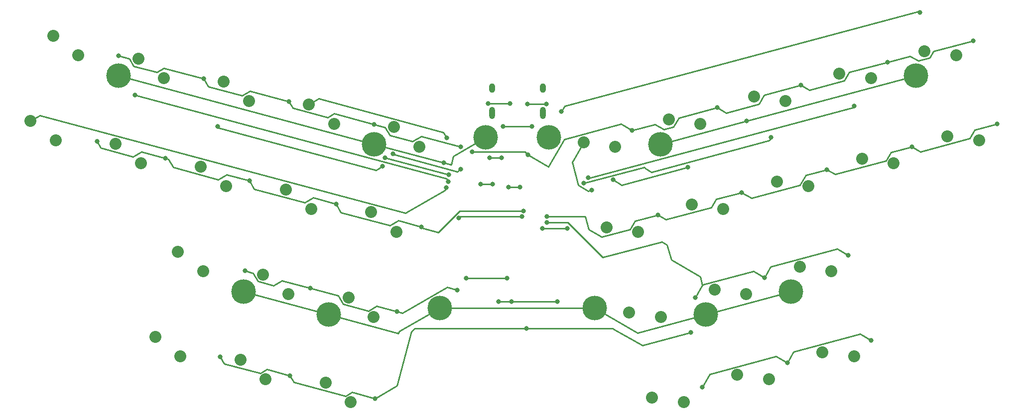
<source format=gbr>
%TF.GenerationSoftware,KiCad,Pcbnew,8.0.0*%
%TF.CreationDate,2024-03-16T16:30:29-05:00*%
%TF.ProjectId,rattlemebones32,72617474-6c65-46d6-9562-6f6e65733332,rev?*%
%TF.SameCoordinates,Original*%
%TF.FileFunction,Copper,L1,Top*%
%TF.FilePolarity,Positive*%
%FSLAX46Y46*%
G04 Gerber Fmt 4.6, Leading zero omitted, Abs format (unit mm)*
G04 Created by KiCad (PCBNEW 8.0.0) date 2024-03-16 16:30:29*
%MOMM*%
%LPD*%
G01*
G04 APERTURE LIST*
%TA.AperFunction,ComponentPad*%
%ADD10C,2.032000*%
%TD*%
%TA.AperFunction,ComponentPad*%
%ADD11C,4.190000*%
%TD*%
%TA.AperFunction,ComponentPad*%
%ADD12O,1.000000X1.600000*%
%TD*%
%TA.AperFunction,ComponentPad*%
%ADD13O,1.000000X2.100000*%
%TD*%
%TA.AperFunction,ViaPad*%
%ADD14C,0.800000*%
%TD*%
%TA.AperFunction,Conductor*%
%ADD15C,0.250000*%
%TD*%
G04 APERTURE END LIST*
D10*
%TO.P,SW21,2,2*%
%TO.N,col8*%
X95455063Y-45453403D03*
%TO.P,SW21,1,1*%
%TO.N,Net-(D21-A)*%
X99741174Y-48775942D03*
%TD*%
%TO.P,SW3,2,2*%
%TO.N,col9*%
X88730747Y-12593341D03*
%TO.P,SW3,1,1*%
%TO.N,Net-(D3-A)*%
X93016858Y-15915880D03*
%TD*%
%TO.P,SW28,2,2*%
%TO.N,col3*%
X205024500Y-62530479D03*
%TO.P,SW28,1,1*%
%TO.N,Net-(D28-A)*%
X210397649Y-63264827D03*
%TD*%
%TO.P,SW16,2,2*%
%TO.N,col3*%
X197259926Y-33552705D03*
%TO.P,SW16,1,1*%
%TO.N,Net-(D16-A)*%
X202633075Y-34287053D03*
%TD*%
%TO.P,SW7,2,2*%
%TO.N,col7*%
X117708524Y-20357912D03*
%TO.P,SW7,1,1*%
%TO.N,Net-(D7-A)*%
X121994635Y-23680451D03*
%TD*%
%TO.P,SW11,2,2*%
%TO.N,col6*%
X132197411Y-24240198D03*
%TO.P,SW11,1,1*%
%TO.N,Net-(D11-A)*%
X136483522Y-27562737D03*
%TD*%
%TO.P,SW27,2,2*%
%TO.N,col8*%
X91572782Y-59942288D03*
%TO.P,SW27,1,1*%
%TO.N,Net-(D27-A)*%
X95858893Y-63264827D03*
%TD*%
%TO.P,SW6,2,2*%
%TO.N,col3*%
X193377640Y-19063817D03*
%TO.P,SW6,1,1*%
%TO.N,Net-(D6-A)*%
X198750789Y-19798165D03*
%TD*%
%TO.P,SW31,2,2*%
%TO.N,col6*%
X120550556Y-67706859D03*
%TO.P,SW31,1,1*%
%TO.N,Net-(D31-A)*%
X124836667Y-71029398D03*
%TD*%
%TO.P,SW25,2,2*%
%TO.N,col6*%
X124432838Y-53217972D03*
%TO.P,SW25,1,1*%
%TO.N,Net-(D25-A)*%
X128718949Y-56540511D03*
%TD*%
%TO.P,SW5,2,2*%
%TO.N,col8*%
X103219638Y-16475626D03*
%TO.P,SW5,1,1*%
%TO.N,Net-(D5-A)*%
X107505749Y-19798165D03*
%TD*%
%TO.P,SW24,2,2*%
%TO.N,col4*%
X186653325Y-51923880D03*
%TO.P,SW24,1,1*%
%TO.N,Net-(D24-A)*%
X192026474Y-52658228D03*
%TD*%
%TO.P,SW9,2,2*%
%TO.N,col10*%
X70359578Y-23199944D03*
%TO.P,SW9,1,1*%
%TO.N,Net-(D9-A)*%
X74645689Y-26522483D03*
%TD*%
%TO.P,SW10,2,2*%
%TO.N,col1*%
X226237701Y-25788131D03*
%TO.P,SW10,1,1*%
%TO.N,Net-(D10-A)*%
X231610850Y-26522479D03*
%TD*%
%TO.P,SW23,2,2*%
%TO.N,col7*%
X109943954Y-49335689D03*
%TO.P,SW23,1,1*%
%TO.N,Net-(D23-A)*%
X114230065Y-52658228D03*
%TD*%
%TO.P,SW26,2,2*%
%TO.N,col5*%
X172164439Y-55806164D03*
%TO.P,SW26,1,1*%
%TO.N,Net-(D26-A)*%
X177537588Y-56540512D03*
%TD*%
%TO.P,SW13,2,2*%
%TO.N,col9*%
X84848460Y-27082224D03*
%TO.P,SW13,1,1*%
%TO.N,Net-(D13-A)*%
X89134571Y-30404763D03*
%TD*%
%TO.P,SW32,2,2*%
%TO.N,col5*%
X176046724Y-70295053D03*
%TO.P,SW32,1,1*%
%TO.N,Net-(D32-A)*%
X181419873Y-71029401D03*
%TD*%
%TO.P,SW19,2,2*%
%TO.N,col6*%
X128315127Y-38729085D03*
%TO.P,SW19,1,1*%
%TO.N,Net-(D19-A)*%
X132601238Y-42051624D03*
%TD*%
%TO.P,SW15,2,2*%
%TO.N,col8*%
X99337350Y-30964514D03*
%TO.P,SW15,1,1*%
%TO.N,Net-(D15-A)*%
X103623461Y-34287053D03*
%TD*%
%TO.P,SW12,2,2*%
%TO.N,col5*%
X164399867Y-26828391D03*
%TO.P,SW12,1,1*%
%TO.N,Net-(D12-A)*%
X169773016Y-27562739D03*
%TD*%
%TO.P,SW22,2,2*%
%TO.N,col3*%
X201142214Y-48041594D03*
%TO.P,SW22,1,1*%
%TO.N,Net-(D22-A)*%
X206515363Y-48775942D03*
%TD*%
%TO.P,SW20,2,2*%
%TO.N,col5*%
X168282149Y-41317276D03*
%TO.P,SW20,1,1*%
%TO.N,Net-(D20-A)*%
X173655298Y-42051624D03*
%TD*%
%TO.P,SW14,2,2*%
%TO.N,col2*%
X211748813Y-29670420D03*
%TO.P,SW14,1,1*%
%TO.N,Net-(D14-A)*%
X217121962Y-30404768D03*
%TD*%
%TO.P,SW30,2,2*%
%TO.N,col4*%
X190535612Y-66412762D03*
%TO.P,SW30,1,1*%
%TO.N,Net-(D30-A)*%
X195908761Y-67147110D03*
%TD*%
%TO.P,SW1,2,2*%
%TO.N,col10*%
X74241861Y-8711056D03*
%TO.P,SW1,1,1*%
%TO.N,Net-(D1-A)*%
X78527972Y-12033595D03*
%TD*%
%TO.P,SW18,2,2*%
%TO.N,col4*%
X182771039Y-37434993D03*
%TO.P,SW18,1,1*%
%TO.N,Net-(D18-A)*%
X188144188Y-38169341D03*
%TD*%
%TO.P,SW4,2,2*%
%TO.N,col2*%
X207866532Y-15181533D03*
%TO.P,SW4,1,1*%
%TO.N,Net-(D4-A)*%
X213239681Y-15915881D03*
%TD*%
%TO.P,SW2,2,2*%
%TO.N,col1*%
X222355415Y-11299248D03*
%TO.P,SW2,1,1*%
%TO.N,Net-(D2-A)*%
X227728564Y-12033596D03*
%TD*%
%TO.P,SW17,2,2*%
%TO.N,col7*%
X113826240Y-34846801D03*
%TO.P,SW17,1,1*%
%TO.N,Net-(D17-A)*%
X118112351Y-38169340D03*
%TD*%
%TO.P,SW29,2,2*%
%TO.N,col7*%
X106061667Y-63824574D03*
%TO.P,SW29,1,1*%
%TO.N,Net-(D29-A)*%
X110347778Y-67147113D03*
%TD*%
%TO.P,SW8,2,2*%
%TO.N,col4*%
X178888757Y-22946101D03*
%TO.P,SW8,1,1*%
%TO.N,Net-(D8-A)*%
X184261906Y-23680449D03*
%TD*%
D11*
%TO.P,H11,1,1*%
%TO.N,GND*%
X140000000Y-55000000D03*
%TD*%
%TO.P,H4,1,1*%
%TO.N,GND*%
X121060425Y-56136813D03*
%TD*%
%TO.P,H9,1,1*%
%TO.N,GND*%
X147764575Y-26022225D03*
%TD*%
%TO.P,H8,1,1*%
%TO.N,GND*%
X199685055Y-52254529D03*
%TD*%
D12*
%TO.P,J1,S1,SHIELD*%
%TO.N,GND*%
X148808393Y-17635378D03*
D13*
X148808393Y-21815378D03*
D12*
X157448393Y-17635378D03*
D13*
X157448393Y-21815378D03*
%TD*%
D11*
%TO.P,H3,1,1*%
%TO.N,GND*%
X106571537Y-52254528D03*
%TD*%
%TO.P,H10,1,1*%
%TO.N,GND*%
X158492016Y-26022227D03*
%TD*%
%TO.P,H2,1,1*%
%TO.N,GND*%
X128824998Y-27159037D03*
%TD*%
%TO.P,H1,1,1*%
%TO.N,GND*%
X85358332Y-15512182D03*
%TD*%
%TO.P,H6,1,1*%
%TO.N,GND*%
X220898259Y-15512180D03*
%TD*%
%TO.P,H5,1,1*%
%TO.N,GND*%
X177431599Y-27159038D03*
%TD*%
%TO.P,H12,1,1*%
%TO.N,GND*%
X166256587Y-55000004D03*
%TD*%
%TO.P,H7,1,1*%
%TO.N,GND*%
X185196166Y-56136813D03*
%TD*%
D14*
%TO.N,VBUS*%
X155627195Y-24159906D03*
X150677196Y-24159905D03*
X148403964Y-29459903D03*
X150427198Y-29459905D03*
%TO.N,GND*%
X192104275Y-23227504D03*
X148927198Y-33959905D03*
X146927197Y-33959902D03*
X140673140Y-30333738D03*
%TO.N,+3.3V*%
X159978393Y-53948085D03*
X151653894Y-34448084D03*
X153602894Y-34448085D03*
X149978393Y-53948084D03*
X152173139Y-53948083D03*
%TO.N,row1*%
X230664016Y-9525915D03*
X154927196Y-28959905D03*
X216110424Y-13166719D03*
X85331925Y-12126080D03*
X187132649Y-20931290D03*
X172643762Y-24813576D03*
X128798588Y-23772937D03*
X145427196Y-28459904D03*
X99820813Y-16008366D03*
X201380055Y-17113709D03*
X143549664Y-27619124D03*
X114309701Y-19890651D03*
%TO.N,row2*%
X107594341Y-33361601D03*
X136813598Y-41190876D03*
X122324711Y-37308590D03*
X158173139Y-39448085D03*
X81691121Y-26679672D03*
X177009011Y-39173054D03*
X205745304Y-31473187D03*
X234723079Y-23708616D03*
X93346935Y-29544019D03*
X191256417Y-35355473D03*
X154212752Y-38496008D03*
X220234191Y-27590902D03*
%TO.N,row3*%
X132689832Y-55615060D03*
X209386108Y-46026779D03*
X143157189Y-39689893D03*
X183370816Y-53256375D03*
X195138702Y-49844360D03*
X153927196Y-39459903D03*
X117959462Y-51668069D03*
X106851315Y-48691650D03*
X158173139Y-40448084D03*
X142927196Y-51959904D03*
%TO.N,row4*%
X102662844Y-63357314D03*
X199020988Y-64333248D03*
X213268394Y-60515667D03*
X184596805Y-68457015D03*
X182607356Y-59214193D03*
X128984322Y-70410134D03*
X114495434Y-66527846D03*
X154673140Y-58459905D03*
%TO.N,CC1*%
X148177196Y-20209903D03*
X151927197Y-20209905D03*
%TO.N,UDP*%
X151427199Y-49959904D03*
X144427195Y-49959903D03*
%TO.N,CC2*%
X158077197Y-20309905D03*
X154877197Y-20309903D03*
%TO.N,col1*%
X221607839Y-4705577D03*
X160616600Y-21624999D03*
%TO.N,col10*%
X141036274Y-34499755D03*
%TO.N,col2*%
X165171318Y-32827881D03*
X210384654Y-20653772D03*
%TO.N,col9*%
X141421861Y-33483490D03*
X88113056Y-18824119D03*
%TO.N,col3*%
X164401128Y-33817200D03*
X196283992Y-25984948D03*
%TO.N,col8*%
X130255523Y-30892617D03*
X141510417Y-32355444D03*
X102213718Y-24155295D03*
X130649870Y-29420893D03*
%TO.N,col4*%
X182118628Y-31074641D03*
X169418274Y-33222916D03*
%TO.N,col7*%
X141131479Y-26042250D03*
%TO.N,col5*%
X165782861Y-34947598D03*
%TO.N,col6*%
X143507916Y-31442524D03*
X132032653Y-28780607D03*
%TO.N,RST*%
X161673140Y-41448084D03*
X157427197Y-41459905D03*
%TD*%
D15*
%TO.N,row1*%
X135331981Y-26679127D02*
X136824853Y-25817216D01*
X194193003Y-20333570D02*
X188663581Y-21815174D01*
X128798588Y-23772937D02*
X130668458Y-24273969D01*
X130668458Y-24273969D02*
X131457727Y-25641023D01*
X216110424Y-13166719D02*
X209565780Y-14920351D01*
X154427197Y-28459902D02*
X145427196Y-28459904D01*
X93059332Y-14196633D02*
X99820813Y-16008366D01*
X87908895Y-13851854D02*
X91834588Y-14903739D01*
X201380055Y-17113709D02*
X195076886Y-18802638D01*
X202792780Y-17929346D02*
X201380055Y-17113709D01*
X114309701Y-19890651D02*
X114955047Y-21008425D01*
X136824853Y-25817216D02*
X143549664Y-27619124D01*
X170771721Y-23732753D02*
X161137867Y-26314136D01*
X100610082Y-17375423D02*
X106354206Y-18914556D01*
X221324372Y-12963821D02*
X219911648Y-12148184D01*
X223239026Y-12450791D02*
X221324372Y-12963821D01*
X154927196Y-28959905D02*
X158439548Y-30987761D01*
X91834588Y-14903739D02*
X93059332Y-14196633D01*
X172643762Y-24813576D02*
X170771721Y-23732753D01*
X154927196Y-28959905D02*
X154427197Y-28459902D01*
X230664016Y-9525915D02*
X223877886Y-11344253D01*
X208750143Y-16333076D02*
X202792780Y-17929346D01*
X179704119Y-24215854D02*
X178038396Y-24662183D01*
X187132649Y-20931290D02*
X180588003Y-22684923D01*
X87201791Y-12627109D02*
X87908895Y-13851854D01*
X107721262Y-18125284D02*
X114309701Y-19890651D01*
X176507465Y-23778300D02*
X172643762Y-24813576D01*
%TO.N,row2*%
X173145307Y-40208330D02*
X177009011Y-39173054D01*
X221646910Y-28406535D02*
X230043742Y-26156611D01*
X202153564Y-32435591D02*
X205745304Y-31473187D01*
X136934973Y-41401103D02*
X136813598Y-41190876D01*
X117037047Y-37095439D02*
X118461008Y-36273314D01*
X177009011Y-39173054D02*
X178421736Y-39988691D01*
X94652022Y-31097388D02*
X102306680Y-33148448D01*
%TO.N,row1*%
X219911648Y-12148184D02*
X216110424Y-13166719D01*
X131457727Y-25641023D02*
X135331981Y-26679127D01*
X122037107Y-21961204D02*
X128798588Y-23772937D01*
X178038396Y-24662183D02*
X176507465Y-23778300D01*
X106354206Y-18914556D02*
X107721262Y-18125284D01*
X99820813Y-16008366D02*
X100610082Y-17375423D01*
X120919335Y-22606550D02*
X122037107Y-21961204D01*
%TO.N,+3.3V*%
X151653894Y-34448084D02*
X153602894Y-34448085D01*
X149978393Y-53948084D02*
X152173139Y-53948083D01*
X152173139Y-53948083D02*
X159978393Y-53948085D01*
%TO.N,row1*%
X195076886Y-18802638D02*
X194193003Y-20333570D01*
X223877886Y-11344253D02*
X223239026Y-12450791D01*
X114955047Y-21008425D02*
X120919335Y-22606550D01*
X180588003Y-22684923D02*
X179704119Y-24215854D01*
X85331925Y-12126080D02*
X87201791Y-12627109D01*
X188663581Y-21815174D02*
X187132649Y-20931290D01*
%TO.N,col6*%
X132104212Y-28904547D02*
X132032653Y-28780607D01*
X143507916Y-31442524D02*
X142895546Y-31796078D01*
X142895546Y-31796078D02*
X132104212Y-28904547D01*
%TO.N,RST*%
X161661320Y-41459904D02*
X161673140Y-41448084D01*
X157427197Y-41459905D02*
X161661320Y-41459904D01*
%TO.N,col3*%
X174810948Y-31215047D02*
X175960406Y-31878687D01*
X174764160Y-31040434D02*
X174810948Y-31215047D01*
X195977967Y-26514998D02*
X196283992Y-25984948D01*
X175960406Y-31878687D02*
X195977967Y-26514998D01*
X164401128Y-33817200D02*
X174764160Y-31040434D01*
%TO.N,col9*%
X88172628Y-18789727D02*
X88113056Y-18824119D01*
X141131122Y-32979911D02*
X88172628Y-18789727D01*
X141421861Y-33483490D02*
X141131122Y-32979911D01*
X141421861Y-33483490D02*
X141401687Y-33495138D01*
%TO.N,col2*%
X210261104Y-20867767D02*
X210384654Y-20653772D01*
X165171318Y-32827881D02*
X165309259Y-32907520D01*
X165171318Y-32827881D02*
X165315242Y-32910975D01*
X165315242Y-32910975D02*
X210261104Y-20867767D01*
%TO.N,col10*%
X70359579Y-23199943D02*
X72001962Y-22251713D01*
X140917466Y-34943148D02*
X141036274Y-34499755D01*
X134086258Y-38887149D02*
X140917466Y-34943148D01*
X72001962Y-22251713D02*
X134086258Y-38887149D01*
%TO.N,col1*%
X221316942Y-4537627D02*
X221607839Y-4705577D01*
X160616600Y-21624999D02*
X161178559Y-20651658D01*
X161178559Y-20651658D02*
X221316942Y-4537627D01*
%TO.N,CC2*%
X154877197Y-20309903D02*
X158077197Y-20309905D01*
%TO.N,col5*%
X163493292Y-34130218D02*
X162444338Y-30215468D01*
X165186028Y-35107519D02*
X163493292Y-34130218D01*
X165782861Y-34947598D02*
X165186028Y-35107519D01*
X162444338Y-30215468D02*
X164399868Y-26828391D01*
%TO.N,col7*%
X140587471Y-25100002D02*
X119350908Y-19409681D01*
X119350908Y-19409681D02*
X117708526Y-20357912D01*
X141131479Y-26042250D02*
X140587471Y-25100002D01*
%TO.N,col4*%
X169418274Y-33222916D02*
X170902688Y-34079943D01*
X170902688Y-34079943D02*
X182118628Y-31074641D01*
%TO.N,col8*%
X130255523Y-30892617D02*
X129101863Y-31558682D01*
X141510417Y-32355444D02*
X130666588Y-29449846D01*
X129101863Y-31558682D02*
X102349451Y-24390395D01*
X102349451Y-24390395D02*
X102213718Y-24155295D01*
X130666588Y-29449846D02*
X130649870Y-29420893D01*
%TO.N,row4*%
X174384778Y-61417428D02*
X169457397Y-58572603D01*
X199020988Y-64333248D02*
X200101813Y-62461204D01*
X110563290Y-65474232D02*
X114495434Y-66527846D01*
%TO.N,row3*%
X108238222Y-49063271D02*
X109060346Y-50487230D01*
X161698444Y-40448083D02*
X167673139Y-46422779D01*
X117959462Y-51668069D02*
X122727105Y-52945555D01*
X143387177Y-39459904D02*
X143157189Y-39689893D01*
X179288415Y-46827745D02*
X184223456Y-49676992D01*
X111705872Y-51196098D02*
X113129834Y-50373973D01*
X132689832Y-55615060D02*
X133649366Y-55872166D01*
X158173139Y-40448084D02*
X161698444Y-40448083D01*
X178595659Y-44242344D02*
X179288415Y-46827745D01*
X167673139Y-46422779D02*
X177712841Y-43732650D01*
X129240651Y-54690854D02*
X132689832Y-55615060D01*
X177712841Y-43732650D02*
X178595659Y-44242344D01*
X193266661Y-48763537D02*
X195138702Y-49844360D01*
X113129834Y-50373973D02*
X117959462Y-51668069D01*
X109060346Y-50487230D02*
X111705872Y-51196098D01*
X195138702Y-49844360D02*
X196219526Y-47972319D01*
X207514067Y-44945956D02*
X209386108Y-46026779D01*
X184223456Y-49676992D02*
X184608253Y-51113072D01*
X141218575Y-51502081D02*
X142927196Y-51959904D01*
X153927196Y-39459903D02*
X143387177Y-39459904D01*
X133649366Y-55872166D02*
X141218575Y-51502081D01*
X184608253Y-51113072D02*
X184628416Y-51078148D01*
X106851315Y-48691650D02*
X108238222Y-49063271D01*
X122727105Y-52945555D02*
X123549228Y-54369515D01*
X183370816Y-53256375D02*
X184608253Y-51113072D01*
X123549228Y-54369515D02*
X127816689Y-55512977D01*
X127816689Y-55512977D02*
X129240651Y-54690854D01*
X196219526Y-47972319D02*
X207514067Y-44945956D01*
X184628416Y-51078148D02*
X193266661Y-48763537D01*
%TO.N,UDP*%
X144427195Y-49959903D02*
X151427199Y-49959904D01*
%TO.N,CC1*%
X148177196Y-20209903D02*
X151927197Y-20209905D01*
%TO.N,row4*%
X132680957Y-68275879D02*
X128984322Y-70410134D01*
X135155283Y-59041570D02*
X132680957Y-68275879D01*
X154673140Y-58459905D02*
X135736947Y-58459904D01*
X115140781Y-67645618D02*
X123934408Y-70001864D01*
X123934408Y-70001864D02*
X125052179Y-69356518D01*
X184596805Y-68457015D02*
X185854409Y-66278782D01*
X200101813Y-62461204D02*
X211396351Y-59434842D01*
X109445518Y-66119577D02*
X110563290Y-65474232D01*
X185854409Y-66278782D02*
X197148941Y-63252421D01*
X114495434Y-66527846D02*
X115140781Y-67645618D01*
X182607356Y-59214193D02*
X174384778Y-61417428D01*
X102662844Y-63357314D02*
X103308189Y-64475086D01*
X211396351Y-59434842D02*
X213268394Y-60515667D01*
X103308189Y-64475086D02*
X109445518Y-66119577D01*
X135736947Y-58459904D02*
X135155283Y-59041570D01*
X169457397Y-58572603D02*
X169427199Y-58459904D01*
X154673140Y-58459905D02*
X169427199Y-58459904D01*
X197148941Y-63252421D02*
X199020988Y-64333248D01*
X125052179Y-69356518D02*
X128984322Y-70410134D01*
%TO.N,row2*%
X123146835Y-38732551D02*
X131525934Y-40977724D01*
X87817794Y-29266160D02*
X89241751Y-28444038D01*
X107594341Y-33361601D02*
X108416467Y-34785561D01*
X230043742Y-26156611D02*
X230859375Y-24743892D01*
X230859375Y-24743892D02*
X234723079Y-23708616D01*
X201194005Y-34097596D02*
X202153564Y-32435591D01*
X89241751Y-28444038D02*
X93346935Y-29544019D01*
X164673139Y-39448083D02*
X165257549Y-41629131D01*
X215826815Y-29966028D02*
X216642450Y-28553306D01*
X207158026Y-32288823D02*
X215826815Y-29966028D01*
X192918421Y-36315032D02*
X201194005Y-34097596D01*
X154212752Y-38496008D02*
X143326475Y-38496007D01*
X167489764Y-42917901D02*
X172329672Y-41621051D01*
X172329672Y-41621051D02*
X173145307Y-40208330D01*
X205745304Y-31473187D02*
X207158026Y-32288823D01*
X178421736Y-39988691D02*
X186094113Y-37932883D01*
X216642450Y-28553306D02*
X220234191Y-27590902D01*
X93829898Y-29673429D02*
X94652022Y-31097388D01*
X158173139Y-39448085D02*
X164673139Y-39448083D01*
X118461008Y-36273314D02*
X122324711Y-37308590D01*
X220234191Y-27590902D02*
X221646910Y-28406535D01*
X93346935Y-29544019D02*
X93829898Y-29673429D01*
X143326475Y-38496007D02*
X139684614Y-42137869D01*
X81691121Y-26679672D02*
X82336466Y-27797444D01*
X186094113Y-37932883D02*
X186909750Y-36520159D01*
X139684614Y-42137869D02*
X136934973Y-41401103D01*
X165257549Y-41629131D02*
X167489764Y-42917901D01*
X108416467Y-34785561D02*
X117037047Y-37095439D01*
X103730638Y-32326326D02*
X107594341Y-33361601D01*
X131525934Y-40977724D02*
X132949894Y-40155600D01*
X102306680Y-33148448D02*
X103730638Y-32326326D01*
X82336466Y-27797444D02*
X87817794Y-29266160D01*
X122324711Y-37308590D02*
X123146835Y-38732551D01*
X191256417Y-35355473D02*
X192918421Y-36315032D01*
X132949894Y-40155600D02*
X136813598Y-41190876D01*
X186909750Y-36520159D02*
X191256417Y-35355473D01*
%TO.N,VBUS*%
X148403964Y-29459903D02*
X150427198Y-29459905D01*
X150677196Y-24159905D02*
X155627195Y-24159906D01*
%TO.N,GND*%
X140000000Y-55000000D02*
X166256587Y-55000004D01*
X128824998Y-27159037D02*
X140673140Y-30333738D01*
X148927198Y-33959905D02*
X146927197Y-33959902D01*
X173605055Y-59242644D02*
X166256587Y-55000004D01*
X140673140Y-30333738D02*
X141888327Y-30659347D01*
X132916345Y-59313599D02*
X132987305Y-59048787D01*
X141888327Y-30659347D02*
X142282807Y-29187123D01*
X177431599Y-27159038D02*
X192104275Y-23227504D01*
X106571537Y-52254528D02*
X121060425Y-56136813D01*
X121060425Y-56136813D02*
X132916345Y-59313599D01*
X185196166Y-56136813D02*
X173605055Y-59242644D01*
X185196166Y-56136813D02*
X199685055Y-52254529D01*
X85358332Y-15512182D02*
X128824998Y-27159037D01*
X192104275Y-23227504D02*
X220898259Y-15512180D01*
X142282807Y-29187123D02*
X147764575Y-26022225D01*
X132987305Y-59048787D02*
X140000000Y-55000000D01*
%TO.N,row1*%
X161137867Y-26314136D02*
X158439548Y-30987761D01*
X209565780Y-14920351D02*
X208750143Y-16333076D01*
%TD*%
M02*

</source>
